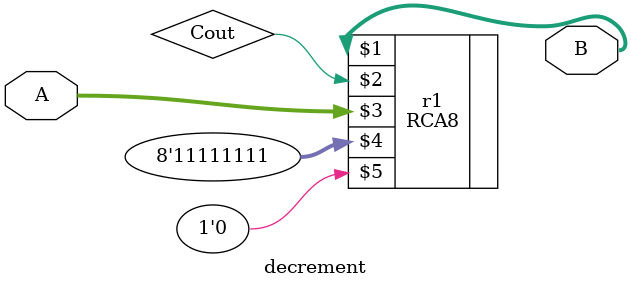
<source format=v>
module decrement(B,A);

    input [7:0] A;
    output [7:0] B;
    wire Cout;

    // Adding the number and the twos complement of 1
    RCA8 r1(B,Cout,A,8'b11111111, 1'b0);

endmodule

// Adding the twos complement of 1 to the first number using the RCA - 8 bit adder
</source>
